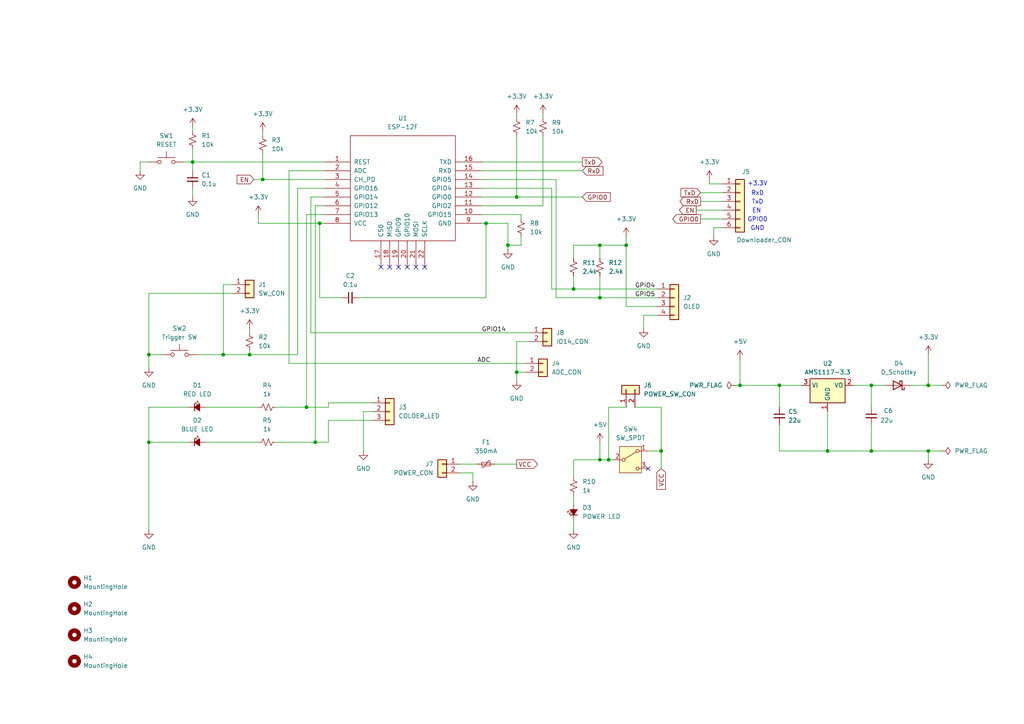
<source format=kicad_sch>
(kicad_sch (version 20250114) (generator "eeschema") (generator_version "9.0")
  (paper "A4")
  (title_block (title "カラータイマー ESP12F") (date "2025-04-27") (rev "2") (company "KUNI-NET") (comment 4 "ESP-12FモジュールにCH340K経由のシリアル書き込み回路を追加したもの"))
  (lib_symbols
    (symbol "Connector_Generic:Conn_01x02" (pin_names (offset 1.016) (hide yes))
      (property "Reference" "J" (at 0 2.54 0))
      (property "Value" "Conn_01x02" (at 0 -5.08 0))
      (symbol "Conn_01x02_1_1"
        (rectangle (start -1.27 1.27) (end 1.27 -3.81) (stroke (width 0.254)) (fill (type background)))
        (rectangle (start -1.27 0.127) (end 0 -0.127) (stroke (width 0.1524)))
        (rectangle (start -1.27 -2.413) (end 0 -2.667) (stroke (width 0.1524)))
        (pin passive line (at -5.08 0 0) (length 3.81) (name "Pin_1") (number "1"))
        (pin passive line (at -5.08 -2.54 0) (length 3.81) (name "Pin_2") (number "2"))
      )
    )
    (symbol "Connector_Generic:Conn_01x03" (pin_names (offset 1.016) (hide yes))
      (property "Reference" "J" (at 0 5.08 0))
      (property "Value" "Conn_01x03" (at 0 -5.08 0))
      (symbol "Conn_01x03_1_1"
        (rectangle (start -1.27 3.81) (end 1.27 -3.81) (stroke (width 0.254)) (fill (type background)))
        (rectangle (start -1.27 2.667) (end 0 2.413) (stroke (width 0.1524)))
        (rectangle (start -1.27 0.127) (end 0 -0.127) (stroke (width 0.1524)))
        (rectangle (start -1.27 -2.413) (end 0 -2.667) (stroke (width 0.1524)))
        (pin passive line (at -5.08 2.54 0) (length 3.81) (name "Pin_1") (number "1"))
        (pin passive line (at -5.08 0 0) (length 3.81) (name "Pin_2") (number "2"))
        (pin passive line (at -5.08 -2.54 0) (length 3.81) (name "Pin_3") (number "3"))
      )
    )
    (symbol "Connector_Generic:Conn_01x04" (pin_names (offset 1.016) (hide yes))
      (property "Reference" "J" (at 0 5.08 0))
      (property "Value" "Conn_01x04" (at 0 -7.62 0))
      (symbol "Conn_01x04_1_1"
        (rectangle (start -1.27 3.81) (end 1.27 -6.35) (stroke (width 0.254)) (fill (type background)))
        (rectangle (start -1.27 2.667) (end 0 2.413) (stroke (width 0.1524)))
        (rectangle (start -1.27 0.127) (end 0 -0.127) (stroke (width 0.1524)))
        (rectangle (start -1.27 -2.413) (end 0 -2.667) (stroke (width 0.1524)))
        (rectangle (start -1.27 -4.953) (end 0 -5.207) (stroke (width 0.1524)))
        (pin passive line (at -5.08 2.54 0) (length 3.81) (name "Pin_1") (number "1"))
        (pin passive line (at -5.08 0 0) (length 3.81) (name "Pin_2") (number "2"))
        (pin passive line (at -5.08 -2.54 0) (length 3.81) (name "Pin_3") (number "3"))
        (pin passive line (at -5.08 -5.08 0) (length 3.81) (name "Pin_4") (number "4"))
      )
    )
    (symbol "Connector_Generic:Conn_01x06" (pin_names (offset 1.016) (hide yes))
      (property "Reference" "J" (at 0 7.62 0))
      (property "Value" "Conn_01x06" (at 0 -10.16 0))
      (symbol "Conn_01x06_1_1"
        (rectangle (start -1.27 6.35) (end 1.27 -8.89) (stroke (width 0.254)) (fill (type background)))
        (rectangle (start -1.27 5.207) (end 0 4.953) (stroke (width 0.1524)))
        (rectangle (start -1.27 2.667) (end 0 2.413) (stroke (width 0.1524)))
        (rectangle (start -1.27 0.127) (end 0 -0.127) (stroke (width 0.1524)))
        (rectangle (start -1.27 -2.413) (end 0 -2.667) (stroke (width 0.1524)))
        (rectangle (start -1.27 -4.953) (end 0 -5.207) (stroke (width 0.1524)))
        (rectangle (start -1.27 -7.493) (end 0 -7.747) (stroke (width 0.1524)))
        (pin passive line (at -5.08 5.08 0) (length 3.81) (name "Pin_1") (number "1"))
        (pin passive line (at -5.08 2.54 0) (length 3.81) (name "Pin_2") (number "2"))
        (pin passive line (at -5.08 0 0) (length 3.81) (name "Pin_3") (number "3"))
        (pin passive line (at -5.08 -2.54 0) (length 3.81) (name "Pin_4") (number "4"))
        (pin passive line (at -5.08 -5.08 0) (length 3.81) (name "Pin_5") (number "5"))
        (pin passive line (at -5.08 -7.62 0) (length 3.81) (name "Pin_6") (number "6"))
      )
    )
    (symbol "Device:C_Small" (pin_numbers (hide yes)) (pin_names (offset 0.254) (hide yes))
      (property "Reference" "C" (at 0.254 1.778 0))
      (property "Value" "C_Small" (at 0.254 -2.032 0))
      (symbol "C_Small_0_1"
        (polyline (pts (xy -1.524 0.508) (xy 1.524 0.508)) (stroke (width 0.3048)))
        (polyline (pts (xy -1.524 -0.508) (xy 1.524 -0.508)) (stroke (width 0.3302)))
      )
      (symbol "C_Small_1_1"
        (pin passive line (at 0 2.54 270) (length 2.032) (name "~") (number "1"))
        (pin passive line (at 0 -2.54 90) (length 2.032) (name "~") (number "2"))
      )
    )
    (symbol "Device:D_Schottky" (pin_numbers (hide yes)) (pin_names (offset 1.016) (hide yes))
      (property "Reference" "D" (at 0 2.54 0))
      (property "Value" "D_Schottky" (at 0 -2.54 0))
      (symbol "D_Schottky_0_1"
        (polyline (pts (xy -1.905 0.635) (xy -1.905 1.27) (xy -1.27 1.27) (xy -1.27 -1.27) (xy -0.635 -1.27) (xy -0.635 -0.635)) (stroke (width 0.254)))
        (polyline (pts (xy 1.27 1.27) (xy 1.27 -1.27) (xy -1.27 0) (xy 1.27 1.27)) (stroke (width 0.254)))
        (polyline (pts (xy 1.27 0) (xy -1.27 0)))
      )
      (symbol "D_Schottky_1_1"
        (pin passive line (at -3.81 0 0) (length 2.54) (name "K") (number "1"))
        (pin passive line (at 3.81 0 180) (length 2.54) (name "A") (number "2"))
      )
    )
    (symbol "Device:LED_Small_Filled" (pin_numbers (hide yes)) (pin_names (offset 0.254) (hide yes))
      (property "Reference" "D" (at -1.27 3.175 0))
      (property "Value" "LED_Small_Filled" (at -4.445 -2.54 0))
      (symbol "LED_Small_Filled_0_1"
        (polyline (pts (xy -0.762 -1.016) (xy -0.762 1.016)) (stroke (width 0.254)))
        (polyline (pts (xy 0 0.762) (xy -0.508 1.27) (xy -0.254 1.27) (xy -0.508 1.27) (xy -0.508 1.016)))
        (polyline (pts (xy 0.508 1.27) (xy 0 1.778) (xy 0.254 1.778) (xy 0 1.778) (xy 0 1.524)))
        (polyline (pts (xy 0.762 -1.016) (xy -0.762 0) (xy 0.762 1.016) (xy 0.762 -1.016)) (stroke (width 0.254)) (fill (type outline)))
        (polyline (pts (xy 1.016 0) (xy -0.762 0)))
      )
      (symbol "LED_Small_Filled_1_1"
        (pin passive line (at -2.54 0 0) (length 1.778) (name "K") (number "1"))
        (pin passive line (at 2.54 0 180) (length 1.778) (name "A") (number "2"))
      )
    )
    (symbol "Device:Polyfuse_Small" (pin_numbers (hide yes)) (pin_names (offset 0))
      (property "Reference" "F" (at -1.905 0 90))
      (property "Value" "Polyfuse_Small" (at 1.905 0 90))
      (symbol "Polyfuse_Small_0_1"
        (polyline (pts (xy -1.016 1.27) (xy -1.016 0.762) (xy 1.016 -0.762) (xy 1.016 -1.27)))
        (rectangle (start -0.508 1.27) (end 0.508 -1.27))
        (polyline (pts (xy 0 2.54) (xy 0 -2.54)))
      )
      (symbol "Polyfuse_Small_1_1"
        (pin passive line (at 0 2.54 270) (length 0.635) (name "~") (number "1"))
        (pin passive line (at 0 -2.54 90) (length 0.635) (name "~") (number "2"))
      )
    )
    (symbol "Device:R_Small_US" (pin_numbers (hide yes)) (pin_names (offset 0.254) (hide yes))
      (property "Reference" "R" (at 0.762 0.508 0))
      (property "Value" "R_Small_US" (at 0.762 -1.016 0))
      (symbol "R_Small_US_1_1"
        (polyline (pts (xy 0 1.524) (xy 1.016 1.143) (xy 0 0.762) (xy -1.016 0.381) (xy 0 0)))
        (polyline (pts (xy 0 0) (xy 1.016 -0.381) (xy 0 -0.762) (xy -1.016 -1.143) (xy 0 -1.524)))
        (pin passive line (at 0 2.54 270) (length 1.016) (name "~") (number "1"))
        (pin passive line (at 0 -2.54 90) (length 1.016) (name "~") (number "2"))
      )
    )
    (symbol "ESP8266Lib:ESP-12F" (pin_names (offset 1.016))
      (property "Reference" "U" (at 0 -2.54 0))
      (property "Value" "ESP-12F" (at 0 2.54 0))
      (symbol "ESP-12F_1_0"
        (rectangle (start -15.24 -15.24) (end 15.24 15.24))
      )
      (symbol "ESP-12F_1_1"
        (pin input line (at -22.86 7.62 0) (length 7.62) (name "REST") (number "1"))
        (pin passive line (at -22.86 5.08 0) (length 7.62) (name "ADC") (number "2"))
        (pin input line (at -22.86 2.54 0) (length 7.62) (name "CH_PD") (number "3"))
        (pin bidirectional line (at -22.86 0 0) (length 7.62) (name "GPIO16") (number "4"))
        (pin bidirectional line (at -22.86 -2.54 0) (length 7.62) (name "GPIO14") (number "5"))
        (pin bidirectional line (at -22.86 -5.08 0) (length 7.62) (name "GPIO12") (number "6"))
        (pin bidirectional line (at -22.86 -7.62 0) (length 7.62) (name "GPIO13") (number "7"))
        (pin power_in line (at -22.86 -10.16 0) (length 7.62) (name "VCC") (number "8"))
        (pin bidirectional line (at -6.35 -22.86 90) (length 7.62) (name "CS0") (number "17"))
        (pin bidirectional line (at -3.81 -22.86 90) (length 7.62) (name "MISO") (number "18"))
        (pin bidirectional line (at -1.27 -22.86 90) (length 7.62) (name "GPIO9") (number "19"))
        (pin bidirectional line (at 1.27 -22.86 90) (length 7.62) (name "GPIO10") (number "20"))
        (pin bidirectional line (at 3.81 -22.86 90) (length 7.62) (name "MOSI") (number "21"))
        (pin bidirectional line (at 6.35 -22.86 90) (length 7.62) (name "SCLK") (number "22"))
        (pin output line (at 22.86 7.62 180) (length 7.62) (name "TXD") (number "16"))
        (pin input line (at 22.86 5.08 180) (length 7.62) (name "RXD") (number "15"))
        (pin bidirectional line (at 22.86 2.54 180) (length 7.62) (name "GPIO5") (number "14"))
        (pin bidirectional line (at 22.86 0 180) (length 7.62) (name "GPIO4") (number "13"))
        (pin bidirectional line (at 22.86 -2.54 180) (length 7.62) (name "GPIO0") (number "12"))
        (pin bidirectional line (at 22.86 -5.08 180) (length 7.62) (name "GPIO2") (number "11"))
        (pin bidirectional line (at 22.86 -7.62 180) (length 7.62) (name "GPIO15") (number "10"))
        (pin power_in line (at 22.86 -10.16 180) (length 7.62) (name "GND") (number "9"))
      )
    )
    (symbol "Mechanical:MountingHole" (pin_names (offset 1.016)) (exclude_from_sim yes) (in_bom no)
      (property "Reference" "H" (at 0 5.08 0))
      (property "Value" "MountingHole" (at 0 3.175 0))
      (symbol "MountingHole_0_1"
        (circle (center 0 0) (radius 1.27) (stroke (width 1.27)))
      )
    )
    (symbol "Regulator_Linear:AMS1117-3.3"
      (property "Reference" "U" (at -3.81 3.175 0))
      (property "Value" "AMS1117-3.3" (at 0 3.175 0))
      (symbol "AMS1117-3.3_0_1"
        (rectangle (start -5.08 -5.08) (end 5.08 1.905) (stroke (width 0.254)) (fill (type background)))
      )
      (symbol "AMS1117-3.3_1_1"
        (pin power_in line (at -7.62 0 0) (length 2.54) (name "VI") (number "3"))
        (pin power_in line (at 0 -7.62 90) (length 2.54) (name "GND") (number "1"))
        (pin power_out line (at 7.62 0 180) (length 2.54) (name "VO") (number "2"))
      )
    )
    (symbol "Switch:SW_Push" (pin_numbers (hide yes)) (pin_names (offset 1.016) (hide yes))
      (property "Reference" "SW" (at 1.27 2.54 0))
      (property "Value" "SW_Push" (at 0 -1.524 0))
      (symbol "SW_Push_0_1"
        (circle (center -2.032 0) (radius 0.508))
        (polyline (pts (xy 0 1.27) (xy 0 3.048)))
        (circle (center 2.032 0) (radius 0.508))
        (polyline (pts (xy 2.54 1.27) (xy -2.54 1.27)))
        (pin passive line (at -5.08 0 0) (length 2.54) (name "1") (number "1"))
        (pin passive line (at 5.08 0 180) (length 2.54) (name "2") (number "2"))
      )
    )
    (symbol "Switch:SW_SPDT" (pin_names (offset 0) (hide yes))
      (property "Reference" "SW" (at 0 5.08 0))
      (property "Value" "SW_SPDT" (at 0 -5.08 0))
      (symbol "SW_SPDT_0_1"
        (circle (center -2.032 0) (radius 0.4572))
        (polyline (pts (xy -1.651 0.254) (xy 1.651 2.286)))
        (circle (center 2.032 2.54) (radius 0.4572))
        (circle (center 2.032 -2.54) (radius 0.4572))
      )
      (symbol "SW_SPDT_1_1"
        (rectangle (start -3.175 3.81) (end 3.175 -3.81) (fill (type background)))
        (pin passive line (at -5.08 0 0) (length 2.54) (name "B") (number "2"))
        (pin passive line (at 5.08 2.54 180) (length 2.54) (name "A") (number "1"))
        (pin passive line (at 5.08 -2.54 180) (length 2.54) (name "C") (number "3"))
      )
    )
    (symbol "power:+3.3V" (power) (pin_numbers (hide yes)) (pin_names (offset 0) (hide yes))
      (property "Value" "+3.3V" (at 0 3.556 0))
      (symbol "+3.3V_0_1"
        (polyline (pts (xy -0.762 1.27) (xy 0 2.54)))
        (polyline (pts (xy 0 2.54) (xy 0.762 1.27)))
        (polyline (pts (xy 0 0) (xy 0 2.54)))
      )
      (symbol "+3.3V_1_1"
        (pin power_in line (at 0 0 90) (length 0) (name "~") (number "1"))
      )
    )
    (symbol "power:+5V" (power) (pin_numbers (hide yes)) (pin_names (offset 0) (hide yes))
      (property "Value" "+5V" (at 0 3.556 0))
      (symbol "+5V_0_1"
        (polyline (pts (xy -0.762 1.27) (xy 0 2.54)))
        (polyline (pts (xy 0 2.54) (xy 0.762 1.27)))
        (polyline (pts (xy 0 0) (xy 0 2.54)))
      )
      (symbol "+5V_1_1"
        (pin power_in line (at 0 0 90) (length 0) (name "~") (number "1"))
      )
    )
    (symbol "power:GND" (power) (pin_numbers (hide yes)) (pin_names (offset 0) (hide yes))
      (property "Value" "GND" (at 0 -3.81 0))
      (symbol "GND_0_1"
        (polyline (pts (xy 0 0) (xy 0 -1.27) (xy 1.27 -1.27) (xy 0 -2.54) (xy -1.27 -1.27) (xy 0 -1.27)))
      )
      (symbol "GND_1_1"
        (pin power_in line (at 0 0 270) (length 0) (name "~") (number "1"))
      )
    )
    (symbol "power:PWR_FLAG" (power) (pin_numbers (hide yes)) (pin_names (offset 0) (hide yes))
      (property "Value" "PWR_FLAG" (at 0 3.81 0))
      (symbol "PWR_FLAG_0_0"
        (pin power_out line (at 0 0 90) (length 0) (name "~") (number "1"))
      )
      (symbol "PWR_FLAG_0_1"
        (polyline (pts (xy 0 0) (xy 0 1.27) (xy -1.016 1.905) (xy 0 2.54) (xy 1.016 1.905) (xy 0 1.27)))
      )
    )
  )
  (text "EN" (at 219.456 61.214 0) (effects (font (size 1.27 1.27))))
  (text "+3.3V" (at 219.71 53.34 0) (effects (font (size 1.27 1.27))))
  (text "GND" (at 219.71 66.294 0) (effects (font (size 1.27 1.27))))
  (text "RxD" (at 219.71 56.134 0) (effects (font (size 1.27 1.27))))
  (text "TxD" (at 219.71 58.674 0) (effects (font (size 1.27 1.27))))
  (text "GPIO0" (at 219.71 63.754 0) (effects (font (size 1.27 1.27))))
  (junction (at 76.2 52.07))
  (junction (at 43.18 102.87))
  (junction (at 92.71 64.77))
  (junction (at 173.99 133.35))
  (junction (at 269.24 111.76))
  (junction (at 240.03 130.81))
  (junction (at 147.32 71.12))
  (junction (at 88.9 118.11))
  (junction (at 252.73 130.81))
  (junction (at 149.86 107.95))
  (junction (at 91.44 128.27))
  (junction (at 166.37 83.82))
  (junction (at 173.99 71.12))
  (junction (at 214.63 111.76))
  (junction (at 252.73 111.76))
  (junction (at 176.53 133.35))
  (junction (at 43.18 128.27))
  (junction (at 269.24 130.81))
  (junction (at 140.97 64.77))
  (junction (at 55.88 46.99))
  (junction (at 72.39 102.87))
  (junction (at 191.77 130.81))
  (junction (at 226.06 111.76))
  (junction (at 64.77 102.87))
  (junction (at 173.99 86.36))
  (junction (at 181.61 71.12))
  (junction (at 149.86 57.15))
  (no_connect (at 187.96 135.89))
  (no_connect (at 123.19 77.47))
  (no_connect (at 110.49 77.47))
  (no_connect (at 118.11 77.47))
  (no_connect (at 113.03 77.47))
  (no_connect (at 120.65 77.47))
  (no_connect (at 115.57 77.47))
  (wire (pts (xy 181.61 71.12) (xy 181.61 88.9)))
  (wire (pts (xy 160.02 54.61) (xy 160.02 83.82)))
  (wire (pts (xy 147.32 71.12) (xy 147.32 72.39)))
  (wire (pts (xy 160.02 83.82) (xy 166.37 83.82)))
  (wire (pts (xy 64.77 82.55) (xy 64.77 102.87)))
  (wire (pts (xy 143.51 134.62) (xy 149.86 134.62)))
  (wire (pts (xy 64.77 102.87) (xy 72.39 102.87)))
  (wire (pts (xy 59.69 128.27) (xy 74.93 128.27)))
  (wire (pts (xy 173.99 86.36) (xy 190.5 86.36)))
  (wire (pts (xy 43.18 102.87) (xy 43.18 106.68)))
  (wire (pts (xy 269.24 130.81) (xy 273.05 130.81)))
  (wire (pts (xy 43.18 118.11) (xy 43.18 128.27)))
  (wire (pts (xy 166.37 71.12) (xy 166.37 74.93)))
  (wire (pts (xy 93.98 57.15) (xy 90.17 57.15)))
  (wire (pts (xy 53.34 46.99) (xy 55.88 46.99)))
  (wire (pts (xy 92.71 64.77) (xy 93.98 64.77)))
  (wire (pts (xy 152.4 107.95) (xy 149.86 107.95)))
  (wire (pts (xy 55.88 46.99) (xy 55.88 49.53)))
  (wire (pts (xy 205.74 52.07) (xy 205.74 53.34)))
  (wire (pts (xy 140.97 86.36) (xy 140.97 64.77)))
  (wire (pts (xy 147.32 64.77) (xy 147.32 71.12)))
  (wire (pts (xy 173.99 133.35) (xy 176.53 133.35)))
  (wire (pts (xy 184.15 118.11) (xy 191.77 118.11)))
  (wire (pts (xy 252.73 111.76) (xy 256.54 111.76)))
  (wire (pts (xy 205.74 53.34) (xy 209.55 53.34)))
  (wire (pts (xy 269.24 130.81) (xy 269.24 133.35)))
  (wire (pts (xy 173.99 71.12) (xy 173.99 74.93)))
  (wire (pts (xy 83.82 105.41) (xy 152.4 105.41)))
  (wire (pts (xy 74.93 64.77) (xy 92.71 64.77)))
  (wire (pts (xy 209.55 66.04) (xy 207.01 66.04)))
  (wire (pts (xy 93.98 52.07) (xy 76.2 52.07)))
  (wire (pts (xy 43.18 85.09) (xy 43.18 102.87)))
  (wire (pts (xy 139.7 52.07) (xy 161.29 52.07)))
  (wire (pts (xy 213.36 111.76) (xy 214.63 111.76)))
  (wire (pts (xy 181.61 68.58) (xy 181.61 71.12)))
  (wire (pts (xy 91.44 59.69) (xy 91.44 128.27)))
  (wire (pts (xy 161.29 86.36) (xy 173.99 86.36)))
  (wire (pts (xy 226.06 130.81) (xy 240.03 130.81)))
  (wire (pts (xy 203.2 55.88) (xy 209.55 55.88)))
  (wire (pts (xy 43.18 128.27) (xy 54.61 128.27)))
  (wire (pts (xy 139.7 54.61) (xy 160.02 54.61)))
  (wire (pts (xy 67.31 82.55) (xy 64.77 82.55)))
  (wire (pts (xy 73.66 52.07) (xy 76.2 52.07)))
  (wire (pts (xy 92.71 86.36) (xy 92.71 64.77)))
  (wire (pts (xy 214.63 111.76) (xy 226.06 111.76)))
  (wire (pts (xy 147.32 71.12) (xy 151.13 71.12)))
  (wire (pts (xy 161.29 52.07) (xy 161.29 86.36)))
  (wire (pts (xy 76.2 38.1) (xy 76.2 39.37)))
  (wire (pts (xy 55.88 36.83) (xy 55.88 38.1)))
  (wire (pts (xy 226.06 111.76) (xy 232.41 111.76)))
  (wire (pts (xy 86.36 54.61) (xy 86.36 102.87)))
  (wire (pts (xy 104.14 86.36) (xy 140.97 86.36)))
  (wire (pts (xy 93.98 62.23) (xy 88.9 62.23)))
  (wire (pts (xy 72.39 102.87) (xy 86.36 102.87)))
  (wire (pts (xy 76.2 52.07) (xy 76.2 44.45)))
  (wire (pts (xy 95.25 121.92) (xy 107.95 121.92)))
  (wire (pts (xy 40.64 46.99) (xy 40.64 49.53)))
  (wire (pts (xy 72.39 101.6) (xy 72.39 102.87)))
  (wire (pts (xy 151.13 68.58) (xy 151.13 71.12)))
  (wire (pts (xy 151.13 62.23) (xy 151.13 63.5)))
  (wire (pts (xy 55.88 46.99) (xy 93.98 46.99)))
  (wire (pts (xy 269.24 111.76) (xy 273.05 111.76)))
  (wire (pts (xy 176.53 133.35) (xy 177.8 133.35)))
  (wire (pts (xy 181.61 71.12) (xy 173.99 71.12)))
  (wire (pts (xy 57.15 102.87) (xy 64.77 102.87)))
  (wire (pts (xy 173.99 133.35) (xy 166.37 133.35)))
  (wire (pts (xy 149.86 107.95) (xy 149.86 110.49)))
  (wire (pts (xy 83.82 49.53) (xy 83.82 105.41)))
  (wire (pts (xy 173.99 71.12) (xy 166.37 71.12)))
  (wire (pts (xy 226.06 111.76) (xy 226.06 118.11)))
  (wire (pts (xy 203.2 63.5) (xy 209.55 63.5)))
  (wire (pts (xy 43.18 46.99) (xy 40.64 46.99)))
  (wire (pts (xy 149.86 57.15) (xy 168.91 57.15)))
  (wire (pts (xy 240.03 130.81) (xy 252.73 130.81)))
  (wire (pts (xy 149.86 57.15) (xy 149.86 39.37)))
  (wire (pts (xy 181.61 88.9) (xy 190.5 88.9)))
  (wire (pts (xy 203.2 58.42) (xy 209.55 58.42)))
  (wire (pts (xy 139.7 49.53) (xy 168.91 49.53)))
  (wire (pts (xy 191.77 118.11) (xy 191.77 130.81)))
  (wire (pts (xy 140.97 64.77) (xy 147.32 64.77)))
  (wire (pts (xy 67.31 85.09) (xy 43.18 85.09)))
  (wire (pts (xy 139.7 46.99) (xy 168.91 46.99)))
  (wire (pts (xy 264.16 111.76) (xy 269.24 111.76)))
  (wire (pts (xy 201.93 60.96) (xy 209.55 60.96)))
  (wire (pts (xy 46.99 102.87) (xy 43.18 102.87)))
  (wire (pts (xy 137.16 139.7) (xy 137.16 137.16)))
  (wire (pts (xy 74.93 62.23) (xy 74.93 64.77)))
  (wire (pts (xy 55.88 43.18) (xy 55.88 46.99)))
  (wire (pts (xy 95.25 116.84) (xy 107.95 116.84)))
  (wire (pts (xy 207.01 66.04) (xy 207.01 68.58)))
  (wire (pts (xy 139.7 59.69) (xy 157.48 59.69)))
  (wire (pts (xy 90.17 96.52) (xy 153.67 96.52)))
  (wire (pts (xy 214.63 104.14) (xy 214.63 111.76)))
  (wire (pts (xy 59.69 118.11) (xy 74.93 118.11)))
  (wire (pts (xy 93.98 49.53) (xy 83.82 49.53)))
  (wire (pts (xy 176.53 118.11) (xy 176.53 133.35)))
  (wire (pts (xy 55.88 54.61) (xy 55.88 57.15)))
  (wire (pts (xy 88.9 62.23) (xy 88.9 118.11)))
  (wire (pts (xy 166.37 80.01) (xy 166.37 83.82)))
  (wire (pts (xy 186.69 91.44) (xy 186.69 95.25)))
  (wire (pts (xy 137.16 137.16) (xy 133.35 137.16)))
  (wire (pts (xy 149.86 99.06) (xy 153.67 99.06)))
  (wire (pts (xy 133.35 134.62) (xy 138.43 134.62)))
  (wire (pts (xy 93.98 54.61) (xy 86.36 54.61)))
  (wire (pts (xy 252.73 130.81) (xy 269.24 130.81)))
  (wire (pts (xy 149.86 107.95) (xy 149.86 99.06)))
  (wire (pts (xy 105.41 119.38) (xy 107.95 119.38)))
  (wire (pts (xy 95.25 128.27) (xy 95.25 121.92)))
  (wire (pts (xy 93.98 59.69) (xy 91.44 59.69)))
  (wire (pts (xy 226.06 123.19) (xy 226.06 130.81)))
  (wire (pts (xy 252.73 111.76) (xy 252.73 118.11)))
  (wire (pts (xy 247.65 111.76) (xy 252.73 111.76)))
  (wire (pts (xy 72.39 95.25) (xy 72.39 96.52)))
  (wire (pts (xy 139.7 64.77) (xy 140.97 64.77)))
  (wire (pts (xy 191.77 130.81) (xy 191.77 135.89)))
  (wire (pts (xy 54.61 118.11) (xy 43.18 118.11)))
  (wire (pts (xy 157.48 59.69) (xy 157.48 39.37)))
  (wire (pts (xy 80.01 128.27) (xy 91.44 128.27)))
  (wire (pts (xy 99.06 86.36) (xy 92.71 86.36)))
  (wire (pts (xy 139.7 57.15) (xy 149.86 57.15)))
  (wire (pts (xy 166.37 151.13) (xy 166.37 153.67)))
  (wire (pts (xy 43.18 128.27) (xy 43.18 153.67)))
  (wire (pts (xy 166.37 83.82) (xy 190.5 83.82)))
  (wire (pts (xy 139.7 62.23) (xy 151.13 62.23)))
  (wire (pts (xy 80.01 118.11) (xy 88.9 118.11)))
  (wire (pts (xy 95.25 118.11) (xy 95.25 116.84)))
  (wire (pts (xy 187.96 130.81) (xy 191.77 130.81)))
  (wire (pts (xy 166.37 143.51) (xy 166.37 146.05)))
  (wire (pts (xy 166.37 133.35) (xy 166.37 138.43)))
  (wire (pts (xy 269.24 102.87) (xy 269.24 111.76)))
  (wire (pts (xy 176.53 118.11) (xy 181.61 118.11)))
  (wire (pts (xy 88.9 118.11) (xy 95.25 118.11)))
  (wire (pts (xy 105.41 119.38) (xy 105.41 130.81)))
  (wire (pts (xy 190.5 91.44) (xy 186.69 91.44)))
  (wire (pts (xy 91.44 128.27) (xy 95.25 128.27)))
  (wire (pts (xy 157.48 33.02) (xy 157.48 34.29)))
  (wire (pts (xy 149.86 33.02) (xy 149.86 34.29)))
  (wire (pts (xy 173.99 80.01) (xy 173.99 86.36)))
  (wire (pts (xy 90.17 57.15) (xy 90.17 96.52)))
  (wire (pts (xy 240.03 119.38) (xy 240.03 130.81)))
  (wire (pts (xy 252.73 130.81) (xy 252.73 123.19)))
  (wire (pts (xy 173.99 128.27) (xy 173.99 133.35)))
  (label "ADC" (at 138.43 105.41 0))
  (label "GPIO5" (at 184.15 86.36 0))
  (label "GPIO14" (at 139.7 96.52 0))
  (label "GPIO4" (at 184.15 83.82 0))
  (global_label "EN" (shape input) (at 73.66 52.07 180) (property "Intersheetrefs" "${INTERSHEET_REFS}" (effects (hide yes))))
  (global_label "GPIO0" (shape input) (at 168.91 57.15 0) (property "Intersheetrefs" "${INTERSHEET_REFS}" (effects (hide yes))))
  (global_label "VCC" (shape input) (at 191.77 135.89 270) (property "Intersheetrefs" "${INTERSHEET_REFS}" (effects (hide yes))))
  (global_label "RxD" (shape output) (at 203.2 58.42 180) (property "Intersheetrefs" "${INTERSHEET_REFS}" (effects (hide yes))))
  (global_label "VCC" (shape output) (at 149.86 134.62 0) (property "Intersheetrefs" "${INTERSHEET_REFS}" (effects (hide yes))))
  (global_label "GPIO0" (shape output) (at 203.2 63.5 180) (property "Intersheetrefs" "${INTERSHEET_REFS}" (effects (hide yes))))
  (global_label "RxD" (shape input) (at 168.91 49.53 0) (property "Intersheetrefs" "${INTERSHEET_REFS}" (effects (hide yes))))
  (global_label "TxD" (shape input) (at 203.2 55.88 180) (property "Intersheetrefs" "${INTERSHEET_REFS}" (effects (hide yes))))
  (global_label "EN" (shape output) (at 201.93 60.96 180) (property "Intersheetrefs" "${INTERSHEET_REFS}" (effects (hide yes))))
  (global_label "TxD" (shape output) (at 168.91 46.99 0) (property "Intersheetrefs" "${INTERSHEET_REFS}" (effects (hide yes))))
  (symbol (lib_id "Connector_Generic:Conn_01x02") (at 128.27 134.62 0) (mirror y) (unit 1)
    (property "Reference" "J7" (at 125.73 134.6199 0) (effects (justify left)))
    (property "Value" "POWER_CON" (at 125.73 137.1599 0) (effects (justify left)))
    (property "Footprint" "Connector_JST:JST_XH_B2B-XH-A_1x02_P2.50mm_Vertical" (effects (hide yes)))
    (property "Description" "Generic connector, single row, 01x02, script generated (kicad-library-utils/schlib/autogen/connector/)" (effects (hide yes)))
  )
  (symbol (lib_id "Device:C_Small") (at 55.88 52.07 0) (unit 1)
    (property "Reference" "C1" (at 58.42 50.8062 0) (effects (justify left)))
    (property "Value" "0.1u" (at 58.42 53.3462 0) (effects (justify left)))
    (property "Footprint" "Capacitor_SMD:C_0603_1608Metric_Pad1.08x0.95mm_HandSolder" (effects (hide yes)))
    (property "Description" "Unpolarized capacitor, small symbol" (effects (hide yes)))
  )
  (symbol (lib_id "power:GND") (at 269.24 133.35 0) (unit 1)
    (property "Reference" "#PWR025" (effects (hide yes)))
    (property "Value" "GND" (at 269.24 138.43 0))
    (property "Description" "Power symbol creates a global label with name \"GND\" , ground" (effects (hide yes)))
  )
  (symbol (lib_id "power:GND") (at 40.64 49.53 0) (unit 1)
    (property "Reference" "#PWR01" (effects (hide yes)))
    (property "Value" "GND" (at 40.64 54.61 0))
    (property "Description" "Power symbol creates a global label with name \"GND\" , ground" (effects (hide yes)))
  )
  (symbol (lib_id "power:+3.3V") (at 74.93 62.23 0) (unit 1)
    (property "Reference" "#PWR07" (effects (hide yes)))
    (property "Value" "+3.3V" (at 74.93 57.15 0))
    (property "Description" "Power symbol creates a global label with name \"+3.3V\"" (effects (hide yes)))
  )
  (symbol (lib_id "Device:C_Small") (at 252.73 120.65 0) (unit 1)
    (property "Reference" "C6" (at 256.286 119.126 0) (effects (justify left)))
    (property "Value" "22u" (at 255.27 121.9262 0) (effects (justify left)))
    (property "Footprint" "Capacitor_SMD:C_0603_1608Metric_Pad1.08x0.95mm_HandSolder" (effects (hide yes)))
    (property "Description" "Unpolarized capacitor, small symbol" (effects (hide yes)))
  )
  (symbol (lib_id "Connector_Generic:Conn_01x03") (at 113.03 119.38 0) (unit 1)
    (property "Reference" "J3" (at 115.57 118.1099 0) (effects (justify left)))
    (property "Value" "COLOER_LED" (at 115.57 120.6499 0) (effects (justify left)))
    (property "Footprint" "Connector_JST:JST_XH_B3B-XH-A_1x03_P2.50mm_Vertical" (effects (hide yes)))
    (property "Description" "Generic connector, single row, 01x03, script generated (kicad-library-utils/schlib/autogen/connector/)" (effects (hide yes)))
  )
  (symbol (lib_id "Mechanical:MountingHole") (at 21.59 191.77 0) (unit 1) (in_bom no)
    (property "Reference" "H4" (at 24.13 190.4999 0) (effects (justify left)))
    (property "Value" "MountingHole" (at 24.13 193.0399 0) (effects (justify left)))
    (property "Footprint" "MountingHole:MountingHole_3.2mm_M3" (effects (hide yes)))
    (property "Description" "Mounting Hole without connection" (effects (hide yes)))
  )
  (symbol (lib_id "Device:R_Small_US") (at 77.47 118.11 90) (unit 1)
    (property "Reference" "R4" (at 77.47 111.76 90))
    (property "Value" "1k" (at 77.47 114.3 90))
    (property "Footprint" "Resistor_SMD:R_0603_1608Metric_Pad0.98x0.95mm_HandSolder" (effects (hide yes)))
    (property "Description" "Resistor, small US symbol" (effects (hide yes)))
  )
  (symbol (lib_id "power:GND") (at 149.86 110.49 0) (unit 1)
    (property "Reference" "#PWR017" (effects (hide yes)))
    (property "Value" "GND" (at 149.86 115.57 0))
    (property "Description" "Power symbol creates a global label with name \"GND\" , ground" (effects (hide yes)))
  )
  (symbol (lib_id "power:GND") (at 186.69 95.25 0) (unit 1)
    (property "Reference" "#PWR015" (effects (hide yes)))
    (property "Value" "GND" (at 186.69 100.33 0))
    (property "Description" "Power symbol creates a global label with name \"GND\" , ground" (effects (hide yes)))
  )
  (symbol (lib_id "power:GND") (at 147.32 72.39 0) (unit 1)
    (property "Reference" "#PWR014" (effects (hide yes)))
    (property "Value" "GND" (at 147.32 77.47 0))
    (property "Description" "Power symbol creates a global label with name \"GND\" , ground" (effects (hide yes)))
  )
  (symbol (lib_id "power:PWR_FLAG") (at 213.36 111.76 90) (unit 1)
    (property "Reference" "#FLG01" (effects (hide yes)))
    (property "Value" "PWR_FLAG" (at 209.55 111.7599 90) (effects (justify left)))
    (property "Description" "Special symbol for telling ERC where power comes from" (effects (hide yes)))
  )
  (symbol (lib_id "power:+5V") (at 214.63 104.14 0) (unit 1)
    (property "Reference" "#PWR022" (effects (hide yes)))
    (property "Value" "+5V" (at 214.63 99.06 0))
    (property "Description" "Power symbol creates a global label with name \"+5V\"" (effects (hide yes)))
  )
  (symbol (lib_id "Mechanical:MountingHole") (at 21.59 184.15 0) (unit 1) (in_bom no)
    (property "Reference" "H3" (at 24.13 182.8799 0) (effects (justify left)))
    (property "Value" "MountingHole" (at 24.13 185.4199 0) (effects (justify left)))
    (property "Footprint" "MountingHole:MountingHole_3.2mm_M3" (effects (hide yes)))
    (property "Description" "Mounting Hole without connection" (effects (hide yes)))
  )
  (symbol (lib_id "power:GND") (at 43.18 153.67 0) (unit 1)
    (property "Reference" "#PWR03" (effects (hide yes)))
    (property "Value" "GND" (at 43.18 158.75 0))
    (property "Description" "Power symbol creates a global label with name \"GND\" , ground" (effects (hide yes)))
  )
  (symbol (lib_id "Connector_Generic:Conn_01x02") (at 158.75 96.52 0) (unit 1)
    (property "Reference" "J8" (at 161.29 96.5199 0) (effects (justify left)))
    (property "Value" "IO14_CON" (at 161.29 99.0599 0) (effects (justify left)))
    (property "Footprint" "Connector_JST:JST_XH_B2B-XH-A_1x02_P2.50mm_Vertical" (effects (hide yes)))
    (property "Description" "Generic connector, single row, 01x02, script generated (kicad-library-utils/schlib/autogen/connector/)" (effects (hide yes)))
  )
  (symbol (lib_id "power:+5V") (at 173.99 128.27 0) (unit 1)
    (property "Reference" "#PWR020" (effects (hide yes)))
    (property "Value" "+5V" (at 173.99 123.19 0))
    (property "Description" "Power symbol creates a global label with name \"+5V\"" (effects (hide yes)))
  )
  (symbol (lib_id "Device:R_Small_US") (at 166.37 140.97 180) (unit 1)
    (property "Reference" "R10" (at 168.91 139.6999 0) (effects (justify right)))
    (property "Value" "1k" (at 168.91 142.2399 0) (effects (justify right)))
    (property "Footprint" "Resistor_SMD:R_0603_1608Metric_Pad0.98x0.95mm_HandSolder" (effects (hide yes)))
    (property "Description" "Resistor, small US symbol" (effects (hide yes)))
  )
  (symbol (lib_id "power:+3.3V") (at 72.39 95.25 0) (unit 1)
    (property "Reference" "#PWR06" (effects (hide yes)))
    (property "Value" "+3.3V" (at 72.39 90.17 0))
    (property "Description" "Power symbol creates a global label with name \"+3.3V\"" (effects (hide yes)))
  )
  (symbol (lib_id "Device:C_Small") (at 101.6 86.36 90) (unit 1)
    (property "Reference" "C2" (at 101.6063 80.01 90))
    (property "Value" "0.1u" (at 101.6063 82.55 90))
    (property "Footprint" "Capacitor_SMD:C_0603_1608Metric_Pad1.08x0.95mm_HandSolder" (effects (hide yes)))
    (property "Description" "Unpolarized capacitor, small symbol" (effects (hide yes)))
  )
  (symbol (lib_id "Device:LED_Small_Filled") (at 57.15 128.27 0) (unit 1)
    (property "Reference" "D2" (at 57.2135 121.92 0))
    (property "Value" "BLUE LED" (at 57.2135 124.46 0))
    (property "Footprint" "LED_SMD:LED_0603_1608Metric_Pad1.05x0.95mm_HandSolder" (effects (hide yes)))
    (property "Description" "Light emitting diode, small symbol, filled shape" (effects (hide yes)))
    (property "Sim.Pins" "1=K 2=A" (effects (hide yes)))
  )
  (symbol (lib_id "power:PWR_FLAG") (at 273.05 130.81 270) (unit 1)
    (property "Reference" "#FLG03" (effects (hide yes)))
    (property "Value" "PWR_FLAG" (at 276.86 130.8099 90) (effects (justify left)))
    (property "Description" "Special symbol for telling ERC where power comes from" (effects (hide yes)))
  )
  (symbol (lib_id "Device:R_Small_US") (at 77.47 128.27 90) (unit 1)
    (property "Reference" "R5" (at 77.47 121.92 90))
    (property "Value" "1k" (at 77.47 124.46 90))
    (property "Footprint" "Resistor_SMD:R_0603_1608Metric_Pad0.98x0.95mm_HandSolder" (effects (hide yes)))
    (property "Description" "Resistor, small US symbol" (effects (hide yes)))
  )
  (symbol (lib_id "Regulator_Linear:AMS1117-3.3") (at 240.03 111.76 0) (unit 1)
    (property "Reference" "U2" (at 240.03 105.41 0))
    (property "Value" "AMS1117-3.3" (at 240.03 107.95 0))
    (property "Footprint" "Package_TO_SOT_SMD:SOT-223-3_TabPin2" (effects (hide yes)))
    (property "Datasheet" "http://www.advanced-monolithic.com/pdf/ds1117.pdf" (effects (hide yes)))
    (property "Description" "1A Low Dropout regulator, positive, 3.3V fixed output, SOT-223" (effects (hide yes)))
  )
  (symbol (lib_id "Device:R_Small_US") (at 157.48 36.83 0) (unit 1)
    (property "Reference" "R9" (at 160.02 35.5599 0) (effects (justify left)))
    (property "Value" "10k" (at 160.02 38.0999 0) (effects (justify left)))
    (property "Footprint" "Resistor_SMD:R_0603_1608Metric_Pad0.98x0.95mm_HandSolder" (effects (hide yes)))
    (property "Description" "Resistor, small US symbol" (effects (hide yes)))
  )
  (symbol (lib_id "Device:D_Schottky") (at 260.35 111.76 180) (unit 1)
    (property "Reference" "D4" (at 260.6675 105.41 0))
    (property "Value" "D_Schottky" (at 260.6675 107.95 0))
    (property "Footprint" "Diode_SMD:D_SOD-123" (effects (hide yes)))
    (property "Description" "Schottky diode" (effects (hide yes)))
  )
  (symbol (lib_id "Device:R_Small_US") (at 173.99 77.47 0) (unit 1)
    (property "Reference" "R12" (at 176.53 76.1999 0) (effects (justify left)))
    (property "Value" "2.4k" (at 176.53 78.7399 0) (effects (justify left)))
    (property "Footprint" "Resistor_SMD:R_0603_1608Metric_Pad0.98x0.95mm_HandSolder" (effects (hide yes)))
    (property "Description" "Resistor, small US symbol" (effects (hide yes)))
  )
  (symbol (lib_id "Connector_Generic:Conn_01x02") (at 157.48 105.41 0) (unit 1)
    (property "Reference" "J4" (at 160.02 105.4099 0) (effects (justify left)))
    (property "Value" "ADC_CON" (at 160.02 107.9499 0) (effects (justify left)))
    (property "Footprint" "Connector_JST:JST_XH_B2B-XH-A_1x02_P2.50mm_Vertical" (effects (hide yes)))
    (property "Description" "Generic connector, single row, 01x02, script generated (kicad-library-utils/schlib/autogen/connector/)" (effects (hide yes)))
  )
  (symbol (lib_id "Device:R_Small_US") (at 76.2 41.91 0) (unit 1)
    (property "Reference" "R3" (at 78.74 40.6399 0) (effects (justify left)))
    (property "Value" "10k" (at 78.74 43.1799 0) (effects (justify left)))
    (property "Footprint" "Resistor_SMD:R_0603_1608Metric_Pad0.98x0.95mm_HandSolder" (effects (hide yes)))
    (property "Description" "Resistor, small US symbol" (effects (hide yes)))
  )
  (symbol (lib_id "Device:R_Small_US") (at 151.13 66.04 0) (unit 1)
    (property "Reference" "R8" (at 153.67 64.7699 0) (effects (justify left)))
    (property "Value" "10k" (at 153.67 67.3099 0) (effects (justify left)))
    (property "Footprint" "Resistor_SMD:R_0603_1608Metric_Pad0.98x0.95mm_HandSolder" (effects (hide yes)))
    (property "Description" "Resistor, small US symbol" (effects (hide yes)))
  )
  (symbol (lib_id "Device:LED_Small_Filled") (at 166.37 148.59 90) (unit 1)
    (property "Reference" "D3" (at 168.91 147.2564 90) (effects (justify right)))
    (property "Value" "POWER LED" (at 168.91 149.7964 90) (effects (justify right)))
    (property "Footprint" "LED_SMD:LED_0603_1608Metric_Pad1.05x0.95mm_HandSolder" (effects (hide yes)))
    (property "Description" "Light emitting diode, small symbol, filled shape" (effects (hide yes)))
    (property "Sim.Pins" "1=K 2=A" (effects (hide yes)))
  )
  (symbol (lib_id "power:+3.3V") (at 157.48 33.02 0) (unit 1)
    (property "Reference" "#PWR018" (effects (hide yes)))
    (property "Value" "+3.3V" (at 157.48 27.94 0))
    (property "Description" "Power symbol creates a global label with name \"+3.3V\"" (effects (hide yes)))
  )
  (symbol (lib_id "power:+3.3V") (at 55.88 36.83 0) (unit 1)
    (property "Reference" "#PWR04" (effects (hide yes)))
    (property "Value" "+3.3V" (at 55.88 31.75 0))
    (property "Description" "Power symbol creates a global label with name \"+3.3V\"" (effects (hide yes)))
  )
  (symbol (lib_id "Connector_Generic:Conn_01x02") (at 72.39 82.55 0) (unit 1)
    (property "Reference" "J1" (at 74.93 82.5499 0) (effects (justify left)))
    (property "Value" "SW_CON" (at 74.93 85.0899 0) (effects (justify left)))
    (property "Footprint" "Connector_JST:JST_XH_B2B-XH-A_1x02_P2.50mm_Vertical" (effects (hide yes)))
    (property "Description" "Generic connector, single row, 01x02, script generated (kicad-library-utils/schlib/autogen/connector/)" (effects (hide yes)))
  )
  (symbol (lib_id "Mechanical:MountingHole") (at 21.59 176.53 0) (unit 1) (in_bom no)
    (property "Reference" "H2" (at 24.13 175.2599 0) (effects (justify left)))
    (property "Value" "MountingHole" (at 24.13 177.7999 0) (effects (justify left)))
    (property "Footprint" "MountingHole:MountingHole_3.2mm_M3" (effects (hide yes)))
    (property "Description" "Mounting Hole without connection" (effects (hide yes)))
  )
  (symbol (lib_id "ESP8266Lib:ESP-12F") (at 116.84 54.61 0) (unit 1)
    (property "Reference" "U1" (at 116.84 34.29 0))
    (property "Value" "ESP-12F" (at 116.84 36.83 0))
    (property "Footprint" "ESP8266:ESP-12E_SMD" (effects (hide yes)))
    (property "Datasheet" "http://l0l.org.uk/2014/12/esp8266-modules-hardware-guide-gotta-catch-em-all/" (effects (hide yes)))
    (property "Description" "ESP8266 ESP-12E module, 22 pins, 2mm, PCB antenna" (effects (hide yes)))
  )
  (symbol (lib_id "power:GND") (at 137.16 139.7 0) (unit 1)
    (property "Reference" "#PWR023" (effects (hide yes)))
    (property "Value" "GND" (at 137.16 144.78 0))
    (property "Description" "Power symbol creates a global label with name \"GND\" , ground" (effects (hide yes)))
  )
  (symbol (lib_id "power:GND") (at 166.37 153.67 0) (unit 1)
    (property "Reference" "#PWR021" (effects (hide yes)))
    (property "Value" "GND" (at 166.37 158.75 0))
    (property "Description" "Power symbol creates a global label with name \"GND\" , ground" (effects (hide yes)))
  )
  (symbol (lib_id "Device:R_Small_US") (at 149.86 36.83 0) (unit 1)
    (property "Reference" "R7" (at 152.4 35.5599 0) (effects (justify left)))
    (property "Value" "10k" (at 152.4 38.0999 0) (effects (justify left)))
    (property "Footprint" "Resistor_SMD:R_0603_1608Metric_Pad0.98x0.95mm_HandSolder" (effects (hide yes)))
    (property "Description" "Resistor, small US symbol" (effects (hide yes)))
  )
  (symbol (lib_id "power:GND") (at 43.18 106.68 0) (unit 1)
    (property "Reference" "#PWR02" (effects (hide yes)))
    (property "Value" "GND" (at 43.18 111.76 0))
    (property "Description" "Power symbol creates a global label with name \"GND\" , ground" (effects (hide yes)))
  )
  (symbol (lib_id "Device:C_Small") (at 226.06 120.65 0) (unit 1)
    (property "Reference" "C5" (at 228.6 119.3862 0) (effects (justify left)))
    (property "Value" "22u" (at 228.6 121.9262 0) (effects (justify left)))
    (property "Footprint" "Capacitor_SMD:C_0603_1608Metric_Pad1.08x0.95mm_HandSolder" (effects (hide yes)))
    (property "Description" "Unpolarized capacitor, small symbol" (effects (hide yes)))
  )
  (symbol (lib_id "power:+3.3V") (at 149.86 33.02 0) (unit 1)
    (property "Reference" "#PWR016" (effects (hide yes)))
    (property "Value" "+3.3V" (at 149.86 27.94 0))
    (property "Description" "Power symbol creates a global label with name \"+3.3V\"" (effects (hide yes)))
  )
  (symbol (lib_id "Device:R_Small_US") (at 166.37 77.47 0) (unit 1)
    (property "Reference" "R11" (at 168.91 76.1999 0) (effects (justify left)))
    (property "Value" "2.4k" (at 168.91 78.7399 0) (effects (justify left)))
    (property "Footprint" "Resistor_SMD:R_0603_1608Metric_Pad0.98x0.95mm_HandSolder" (effects (hide yes)))
    (property "Description" "Resistor, small US symbol" (effects (hide yes)))
  )
  (symbol (lib_id "Switch:SW_Push") (at 52.07 102.87 0) (unit 1)
    (property "Reference" "SW2" (at 52.07 95.25 0))
    (property "Value" "Trigger SW" (at 52.07 97.79 0))
    (property "Footprint" "Button_Switch_SMD:SW_Push_SPST_NO_Alps_SKRK" (effects (hide yes)))
    (property "Description" "Push button switch, generic, two pins" (effects (hide yes)))
  )
  (symbol (lib_id "power:+3.3V") (at 181.61 68.58 0) (unit 1)
    (property "Reference" "#PWR011" (effects (hide yes)))
    (property "Value" "+3.3V" (at 181.61 63.5 0))
    (property "Description" "Power symbol creates a global label with name \"+3.3V\"" (effects (hide yes)))
  )
  (symbol (lib_id "Device:Polyfuse_Small") (at 140.97 134.62 90) (unit 1)
    (property "Reference" "F1" (at 140.97 128.27 90))
    (property "Value" "350mA" (at 140.97 130.81 90))
    (property "Footprint" "Fuse:Fuse_1206_3216Metric_Pad1.42x1.75mm_HandSolder" (effects (hide yes)))
    (property "Description" "Resettable fuse, polymeric positive temperature coefficient, small symbol" (effects (hide yes)))
  )
  (symbol (lib_id "Device:R_Small_US") (at 72.39 99.06 0) (unit 1)
    (property "Reference" "R2" (at 74.93 97.7899 0) (effects (justify left)))
    (property "Value" "10k" (at 74.93 100.3299 0) (effects (justify left)))
    (property "Footprint" "Resistor_SMD:R_0603_1608Metric_Pad0.98x0.95mm_HandSolder" (effects (hide yes)))
    (property "Description" "Resistor, small US symbol" (effects (hide yes)))
  )
  (symbol (lib_id "Connector_Generic:Conn_01x06") (at 214.63 58.42 0) (unit 1)
    (property "Reference" "J5" (at 215.138 49.784 0) (effects (justify left)))
    (property "Value" "Downloader_CON" (at 213.614 69.596 0) (effects (justify left)))
    (property "Footprint" "Connector_PinSocket_2.54mm:PinSocket_1x06_P2.54mm_Vertical" (effects (hide yes)))
    (property "Description" "Generic connector, single row, 01x06, script generated (kicad-library-utils/schlib/autogen/connector/)" (effects (hide yes)))
  )
  (symbol (lib_id "Switch:SW_SPDT") (at 182.88 133.35 0) (unit 1)
    (property "Reference" "SW4" (at 182.88 124.46 0))
    (property "Value" "SW_SPDT" (at 182.88 127 0))
    (property "Footprint" "Connector_PinSocket_2.54mm:PinSocket_1x03_P2.54mm_Vertical" (effects (hide yes)))
    (property "Description" "Switch, single pole double throw" (effects (hide yes)))
  )
  (symbol (lib_id "power:+3.3V") (at 76.2 38.1 0) (unit 1)
    (property "Reference" "#PWR08" (effects (hide yes)))
    (property "Value" "+3.3V" (at 76.2 33.02 0))
    (property "Description" "Power symbol creates a global label with name \"+3.3V\"" (effects (hide yes)))
  )
  (symbol (lib_id "power:GND") (at 207.01 68.58 0) (unit 1)
    (property "Reference" "#PWR019" (effects (hide yes)))
    (property "Value" "GND" (at 207.01 73.66 0))
    (property "Description" "Power symbol creates a global label with name \"GND\" , ground" (effects (hide yes)))
  )
  (symbol (lib_id "power:GND") (at 105.41 130.81 0) (unit 1)
    (property "Reference" "#PWR010" (effects (hide yes)))
    (property "Value" "GND" (at 105.41 135.89 0))
    (property "Description" "Power symbol creates a global label with name \"GND\" , ground" (effects (hide yes)))
  )
  (symbol (lib_id "Device:R_Small_US") (at 55.88 40.64 0) (unit 1)
    (property "Reference" "R1" (at 58.42 39.3699 0) (effects (justify left)))
    (property "Value" "10k" (at 58.42 41.9099 0) (effects (justify left)))
    (property "Footprint" "Resistor_SMD:R_0603_1608Metric_Pad0.98x0.95mm_HandSolder" (effects (hide yes)))
    (property "Description" "Resistor, small US symbol" (effects (hide yes)))
  )
  (symbol (lib_id "Device:LED_Small_Filled") (at 57.15 118.11 0) (unit 1)
    (property "Reference" "D1" (at 57.2135 111.76 0))
    (property "Value" "RED LED" (at 57.2135 114.3 0))
    (property "Footprint" "LED_SMD:LED_0603_1608Metric_Pad1.05x0.95mm_HandSolder" (effects (hide yes)))
    (property "Description" "Light emitting diode, small symbol, filled shape" (effects (hide yes)))
    (property "Sim.Pins" "1=K 2=A" (effects (hide yes)))
  )
  (symbol (lib_id "power:+3.3V") (at 269.24 102.87 0) (unit 1)
    (property "Reference" "#PWR024" (effects (hide yes)))
    (property "Value" "+3.3V" (at 269.24 97.79 0))
    (property "Description" "Power symbol creates a global label with name \"+3.3V\"" (effects (hide yes)))
  )
  (symbol (lib_id "Connector_Generic:Conn_01x04") (at 195.58 86.36 0) (unit 1)
    (property "Reference" "J2" (at 198.12 86.3599 0) (effects (justify left)))
    (property "Value" "OLED" (at 198.12 88.8999 0) (effects (justify left)))
    (property "Footprint" "Connector_JST:JST_XH_B4B-XH-A_1x04_P2.50mm_Vertical" (effects (hide yes)))
    (property "Description" "Generic connector, single row, 01x04, script generated (kicad-library-utils/schlib/autogen/connector/)" (effects (hide yes)))
  )
  (symbol (lib_id "power:PWR_FLAG") (at 273.05 111.76 270) (unit 1)
    (property "Reference" "#FLG02" (effects (hide yes)))
    (property "Value" "PWR_FLAG" (at 276.86 111.7599 90) (effects (justify left)))
    (property "Description" "Special symbol for telling ERC where power comes from" (effects (hide yes)))
  )
  (symbol (lib_id "Mechanical:MountingHole") (at 21.59 168.91 0) (unit 1) (in_bom no)
    (property "Reference" "H1" (at 24.13 167.6399 0) (effects (justify left)))
    (property "Value" "MountingHole" (at 24.13 170.1799 0) (effects (justify left)))
    (property "Footprint" "MountingHole:MountingHole_3.2mm_M3" (effects (hide yes)))
    (property "Description" "Mounting Hole without connection" (effects (hide yes)))
  )
  (symbol (lib_id "Connector_Generic:Conn_01x02") (at 181.61 113.03 90) (unit 1)
    (property "Reference" "J6" (at 186.69 111.7599 90) (effects (justify right)))
    (property "Value" "POWER_SW_CON" (at 186.69 114.2999 90) (effects (justify right)))
    (property "Footprint" "Connector_JST:JST_XH_B2B-XH-A_1x02_P2.50mm_Vertical" (effects (hide yes)))
    (property "Description" "Generic connector, single row, 01x02, script generated (kicad-library-utils/schlib/autogen/connector/)" (effects (hide yes)))
  )
  (symbol (lib_id "power:GND") (at 55.88 57.15 0) (unit 1)
    (property "Reference" "#PWR05" (effects (hide yes)))
    (property "Value" "GND" (at 55.88 62.23 0))
    (property "Description" "Power symbol creates a global label with name \"GND\" , ground" (effects (hide yes)))
  )
  (symbol (lib_id "power:+3.3V") (at 205.74 52.07 0) (unit 1)
    (property "Reference" "#PWR012" (effects (hide yes)))
    (property "Value" "+3.3V" (at 205.74 46.99 0))
    (property "Description" "Power symbol creates a global label with name \"+3.3V\"" (effects (hide yes)))
  )
  (symbol (lib_id "Switch:SW_Push") (at 48.26 46.99 0) (unit 1)
    (property "Reference" "SW1" (at 48.26 39.37 0))
    (property "Value" "RESET" (at 48.26 41.91 0))
    (property "Footprint" "Button_Switch_SMD:SW_Push_SPST_NO_Alps_SKRK" (effects (hide yes)))
    (property "Description" "Push button switch, generic, two pins" (effects (hide yes)))
  )
)
</source>
